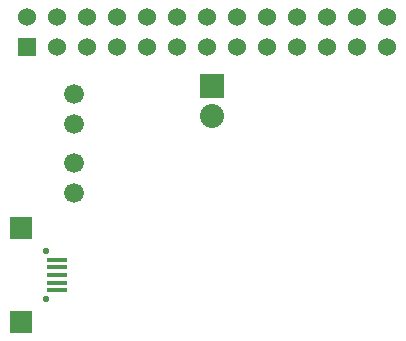
<source format=gbr>
G04 #@! TF.FileFunction,Soldermask,Bot*
%FSLAX46Y46*%
G04 Gerber Fmt 4.6, Leading zero omitted, Abs format (unit mm)*
G04 Created by KiCad (PCBNEW 4.0.1-stable) date 4/22/2016 1:25:18 PM*
%MOMM*%
G01*
G04 APERTURE LIST*
%ADD10C,0.150000*%
%ADD11R,1.524000X1.524000*%
%ADD12C,1.524000*%
%ADD13C,1.676400*%
%ADD14R,2.032000X2.032000*%
%ADD15O,2.032000X2.032000*%
%ADD16R,1.800000X0.400000*%
%ADD17C,0.550000*%
%ADD18R,1.900000X1.900000*%
G04 APERTURE END LIST*
D10*
D11*
X1905000Y-4445000D03*
D12*
X1905000Y-1905000D03*
X4445000Y-4445000D03*
X4445000Y-1905000D03*
X6985000Y-4445000D03*
X6985000Y-1905000D03*
X9525000Y-4445000D03*
X9525000Y-1905000D03*
X12065000Y-4445000D03*
X12065000Y-1905000D03*
X14605000Y-4445000D03*
X14605000Y-1905000D03*
X17145000Y-4445000D03*
X17145000Y-1905000D03*
X19685000Y-4445000D03*
X19685000Y-1905000D03*
X22225000Y-4445000D03*
X22225000Y-1905000D03*
X24765000Y-4445000D03*
X24765000Y-1905000D03*
X27305000Y-4445000D03*
X27305000Y-1905000D03*
X29845000Y-4445000D03*
X29845000Y-1905000D03*
X32385000Y-4445000D03*
X32385000Y-1905000D03*
D13*
X5842000Y-14224000D03*
X5842000Y-16764000D03*
X5880000Y-8380000D03*
X5880000Y-10920000D03*
D14*
X17550000Y-7730000D03*
D15*
X17550000Y-10270000D03*
D16*
X4400000Y-25030000D03*
X4400000Y-24380000D03*
X4400000Y-23730000D03*
X4400000Y-23080000D03*
X4400000Y-22430000D03*
D17*
X3475000Y-25730000D03*
X3475000Y-21730000D03*
D18*
X1375000Y-27680000D03*
X1375000Y-19780000D03*
M02*

</source>
